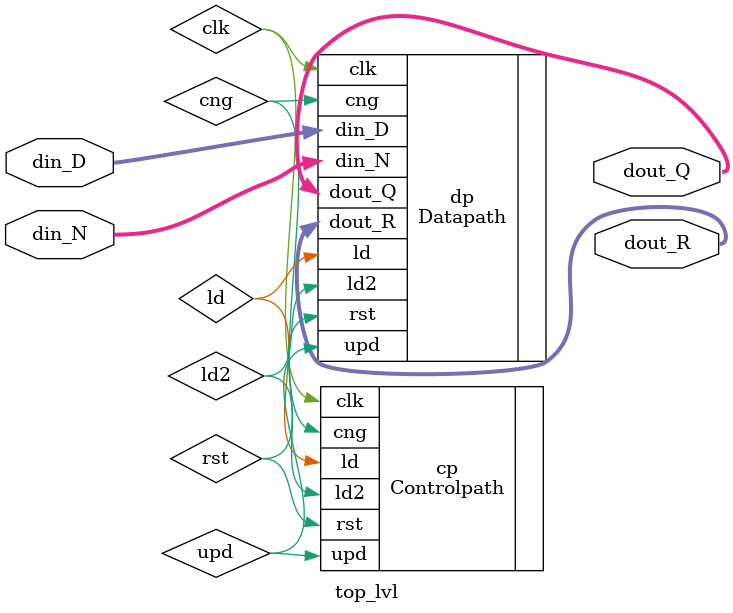
<source format=v>
`timescale 1ns / 1ps
module top_lvl(dout_R, dout_Q, din_N, din_D);
	output [7:0] dout_R, dout_Q;
	input [7:0] din_N, din_D;
	
	wire ld, rst, upd, ld2, clk, cng;
	
	Datapath dp(.dout_R(dout_R), .dout_Q(dout_Q), .upd(upd), .din_N(din_N), .din_D(din_D), .ld(ld), .rst(rst), .clk(clk), .ld2(ld2), .cng(cng));
	Controlpath cp(.ld(ld), .rst(rst), .upd(upd), .ld2(ld2), .clk(clk), .cng(cng));
endmodule

</source>
